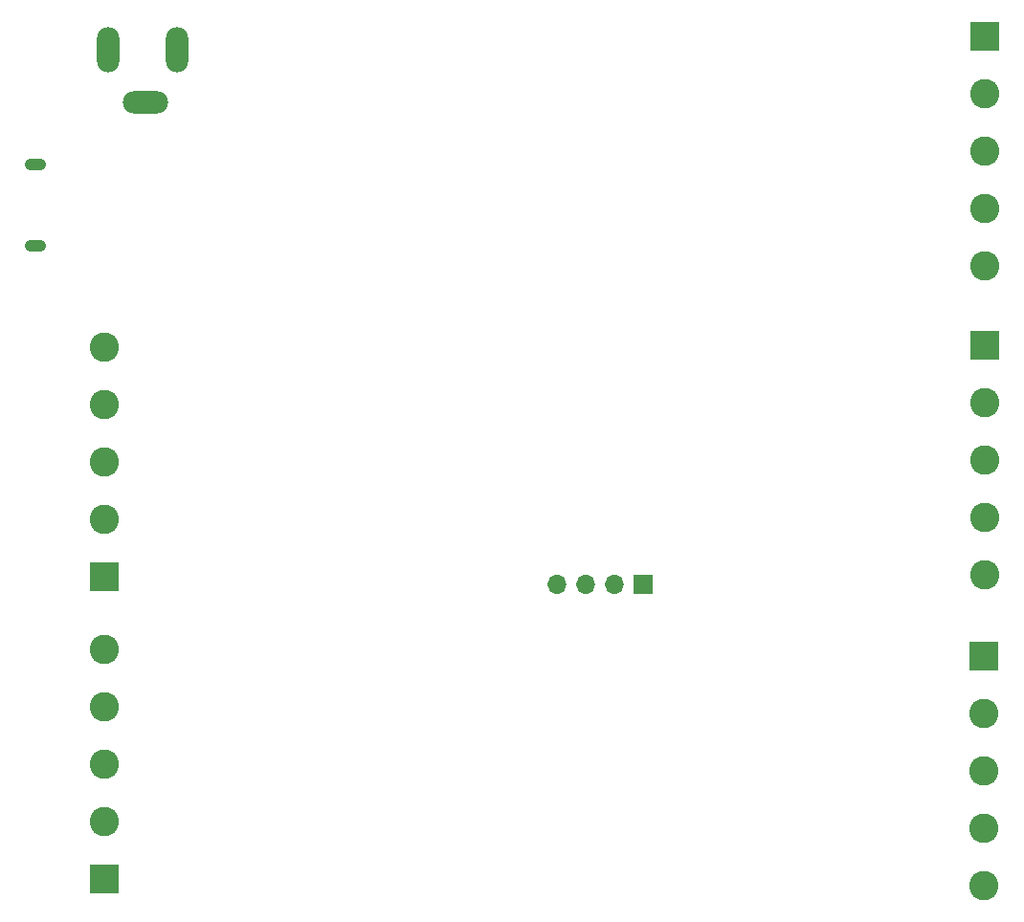
<source format=gbs>
G04 #@! TF.GenerationSoftware,KiCad,Pcbnew,(6.0.10)*
G04 #@! TF.CreationDate,2023-06-25T11:42:12-04:00*
G04 #@! TF.ProjectId,sd2_node_board,7364325f-6e6f-4646-955f-626f6172642e,rev?*
G04 #@! TF.SameCoordinates,Original*
G04 #@! TF.FileFunction,Soldermask,Bot*
G04 #@! TF.FilePolarity,Negative*
%FSLAX46Y46*%
G04 Gerber Fmt 4.6, Leading zero omitted, Abs format (unit mm)*
G04 Created by KiCad (PCBNEW (6.0.10)) date 2023-06-25 11:42:12*
%MOMM*%
%LPD*%
G01*
G04 APERTURE LIST*
%ADD10O,1.900000X1.050000*%
%ADD11O,2.000000X4.000000*%
%ADD12O,4.000000X2.000000*%
%ADD13R,1.700000X1.700000*%
%ADD14O,1.700000X1.700000*%
%ADD15R,2.600000X2.600000*%
%ADD16C,2.600000*%
G04 APERTURE END LIST*
D10*
X88716000Y-84055000D03*
X88716000Y-91205000D03*
D11*
X101237500Y-73872000D03*
D12*
X98437500Y-78472000D03*
D11*
X95137500Y-73872000D03*
D13*
X142484000Y-121158000D03*
D14*
X139944000Y-121158000D03*
X137404000Y-121158000D03*
X134864000Y-121158000D03*
D15*
X172669000Y-127508000D03*
D16*
X172669000Y-132588000D03*
X172669000Y-137668000D03*
X172669000Y-142748000D03*
X172669000Y-147828000D03*
D15*
X172731000Y-100004000D03*
D16*
X172731000Y-105084000D03*
X172731000Y-110164000D03*
X172731000Y-115244000D03*
X172731000Y-120324000D03*
D15*
X172710000Y-72644000D03*
D16*
X172710000Y-77724000D03*
X172710000Y-82804000D03*
X172710000Y-87884000D03*
X172710000Y-92964000D03*
D15*
X94823500Y-147299000D03*
D16*
X94823500Y-142219000D03*
X94823500Y-137139000D03*
X94823500Y-132059000D03*
X94823500Y-126979000D03*
D15*
X94837500Y-120492000D03*
D16*
X94837500Y-115412000D03*
X94837500Y-110332000D03*
X94837500Y-105252000D03*
X94837500Y-100172000D03*
M02*

</source>
